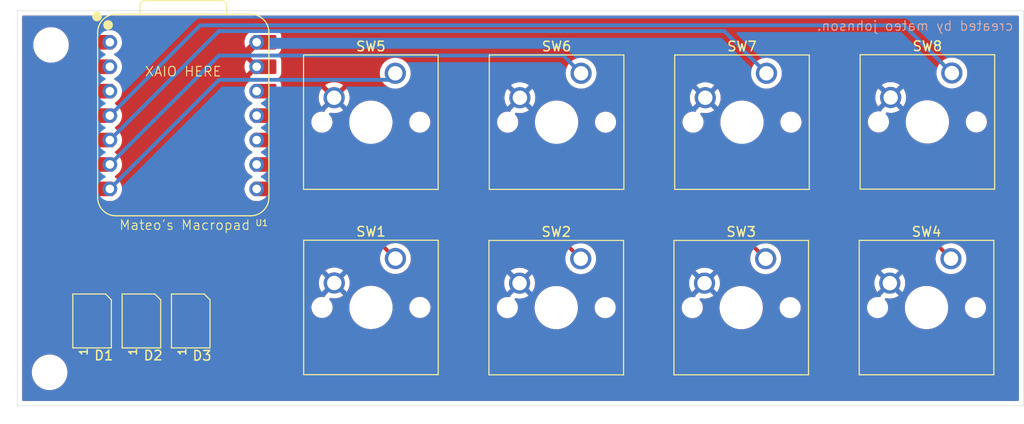
<source format=kicad_pcb>
(kicad_pcb (version 20241229) (generator "pcbnew") (generator_version "9.0")
  (layers (0 "F.Cu" signal) (2 "B.Cu" signal) (13 "F.Paste" user) (15 "B.Paste" user) (5 "F.SilkS" user "F.Silkscreen") (7 "B.SilkS" user "B.Silkscreen") (1 "F.Mask" user) (3 "B.Mask" user) (25 "Edge.Cuts" user))
  (net 0 "")
  (net 5 "GND")
  (net 6 "Net-(D1-DOUT)")
  (net 7 "LED")
  (net 8 "+5V")
  (net 9 "Net-(D2-DOUT)")
  (net 10 "SW1")
  (net 11 "SW2")
  (net 12 "SW3")
  (net 13 "SW4")
  (net 14 "SW5")
  (net 15 "SW6")
  (net 16 "SW7")
  (net 17 "SW8")
  (footprint "Button_Switch_Keyboard:SW_Cherry_MX_1.00u_PCB" (layer "F.Cu") (at 88 57.75)
    (property "Reference" "SW1" (at -2.54 -2.794 0) (layer "F.SilkS"))
    (property "Value" "SW_Push")
    (fp_line (start -9.525 -1.905) (end 4.445 -1.905) (stroke (width 0.12)) (layer "F.SilkS"))
    (fp_line (start -9.525 12.065) (end -9.525 -1.905) (stroke (width 0.12)) (layer "F.SilkS"))
    (fp_line (start 4.445 -1.905) (end 4.445 12.065) (stroke (width 0.12)) (layer "F.SilkS"))
    (fp_line (start 4.445 12.065) (end -9.525 12.065) (stroke (width 0.12)) (layer "F.SilkS"))
    (pad "" np_thru_hole circle (at -7.62 5.08) (size 1.7 1.7) (drill 1.7) (layers "*.Cu" "*.Mask"))
    (pad "" np_thru_hole circle (at -2.54 5.08) (size 4 4) (drill 4) (layers "*.Cu" "*.Mask"))
    (pad "" np_thru_hole circle (at 2.54 5.08) (size 1.7 1.7) (drill 1.7) (layers "*.Cu" "*.Mask"))
    (pad "1" thru_hole circle (at 0 0) (size 2.2 2.2) (drill 1.5) (layers "*.Cu" "*.Mask") (net 10 "SW1"))
    (pad "2" thru_hole circle (at -6.35 2.54) (size 2.2 2.2) (drill 1.5) (layers "*.Cu" "*.Mask") (net 5 "GND"))
  )
  (footprint "Button_Switch_Keyboard:SW_Cherry_MX_1.00u_PCB" (layer "F.Cu") (at 145.67 57.765)
    (property "Reference" "SW4" (at -2.54 -2.794 0) (layer "F.SilkS"))
    (property "Value" "SW_Push")
    (fp_line (start -9.525 -1.905) (end 4.445 -1.905) (stroke (width 0.12)) (layer "F.SilkS"))
    (fp_line (start -9.525 12.065) (end -9.525 -1.905) (stroke (width 0.12)) (layer "F.SilkS"))
    (fp_line (start 4.445 -1.905) (end 4.445 12.065) (stroke (width 0.12)) (layer "F.SilkS"))
    (fp_line (start 4.445 12.065) (end -9.525 12.065) (stroke (width 0.12)) (layer "F.SilkS"))
    (pad "" np_thru_hole circle (at -7.62 5.08) (size 1.7 1.7) (drill 1.7) (layers "*.Cu" "*.Mask"))
    (pad "" np_thru_hole circle (at -2.54 5.08) (size 4 4) (drill 4) (layers "*.Cu" "*.Mask"))
    (pad "" np_thru_hole circle (at 2.54 5.08) (size 1.7 1.7) (drill 1.7) (layers "*.Cu" "*.Mask"))
    (pad "1" thru_hole circle (at 0 0) (size 2.2 2.2) (drill 1.5) (layers "*.Cu" "*.Mask") (net 13 "SW4"))
    (pad "2" thru_hole circle (at -6.35 2.54) (size 2.2 2.2) (drill 1.5) (layers "*.Cu" "*.Mask") (net 5 "GND"))
  )
  (footprint "Button_Switch_Keyboard:SW_Cherry_MX_1.00u_PCB" (layer "F.Cu") (at 126.515 38.495)
    (property "Reference" "SW7" (at -2.54 -2.794 0) (layer "F.SilkS"))
    (property "Value" "SW_Push")
    (fp_line (start -9.525 -1.905) (end 4.445 -1.905) (stroke (width 0.12)) (layer "F.SilkS"))
    (fp_line (start -9.525 12.065) (end -9.525 -1.905) (stroke (width 0.12)) (layer "F.SilkS"))
    (fp_line (start 4.445 -1.905) (end 4.445 12.065) (stroke (width 0.12)) (layer "F.SilkS"))
    (fp_line (start 4.445 12.065) (end -9.525 12.065) (stroke (width 0.12)) (layer "F.SilkS"))
    (pad "" np_thru_hole circle (at -7.62 5.08) (size 1.7 1.7) (drill 1.7) (layers "*.Cu" "*.Mask"))
    (pad "" np_thru_hole circle (at -2.54 5.08) (size 4 4) (drill 4) (layers "*.Cu" "*.Mask"))
    (pad "" np_thru_hole circle (at 2.54 5.08) (size 1.7 1.7) (drill 1.7) (layers "*.Cu" "*.Mask"))
    (pad "1" thru_hole circle (at 0 0) (size 2.2 2.2) (drill 1.5) (layers "*.Cu" "*.Mask") (net 16 "SW7"))
    (pad "2" thru_hole circle (at -6.35 2.54) (size 2.2 2.2) (drill 1.5) (layers "*.Cu" "*.Mask") (net 5 "GND"))
  )
  (footprint "Button_Switch_Keyboard:SW_Cherry_MX_1.00u_PCB" (layer "F.Cu") (at 107.235 57.77)
    (property "Reference" "SW2" (at -2.54 -2.794 0) (layer "F.SilkS"))
    (property "Value" "SW_Push")
    (fp_line (start -9.525 -1.905) (end 4.445 -1.905) (stroke (width 0.12)) (layer "F.SilkS"))
    (fp_line (start -9.525 12.065) (end -9.525 -1.905) (stroke (width 0.12)) (layer "F.SilkS"))
    (fp_line (start 4.445 -1.905) (end 4.445 12.065) (stroke (width 0.12)) (layer "F.SilkS"))
    (fp_line (start 4.445 12.065) (end -9.525 12.065) (stroke (width 0.12)) (layer "F.SilkS"))
    (pad "" np_thru_hole circle (at -7.62 5.08) (size 1.7 1.7) (drill 1.7) (layers "*.Cu" "*.Mask"))
    (pad "" np_thru_hole circle (at -2.54 5.08) (size 4 4) (drill 4) (layers "*.Cu" "*.Mask"))
    (pad "" np_thru_hole circle (at 2.54 5.08) (size 1.7 1.7) (drill 1.7) (layers "*.Cu" "*.Mask"))
    (pad "1" thru_hole circle (at 0 0) (size 2.2 2.2) (drill 1.5) (layers "*.Cu" "*.Mask") (net 11 "SW2"))
    (pad "2" thru_hole circle (at -6.35 2.54) (size 2.2 2.2) (drill 1.5) (layers "*.Cu" "*.Mask") (net 5 "GND"))
  )
  (footprint "MountingHole:MountingHole_3.2mm_M3" (layer "F.Cu") (at 52.1 69.575)
    (property "Reference" "H1" (hide yes))
    (property "Value" "MountingHole")
    (pad "" np_thru_hole circle (at 0 0) (size 3.2 3.2) (drill 3.2) (layers "*.Cu" "*.Mask"))
  )
  (footprint "Button_Switch_Keyboard:SW_Cherry_MX_1.00u_PCB" (layer "F.Cu") (at 107.27 38.495)
    (property "Reference" "SW6" (at -2.54 -2.794 0) (layer "F.SilkS"))
    (property "Value" "SW_Push")
    (fp_line (start -9.525 -1.905) (end 4.445 -1.905) (stroke (width 0.12)) (layer "F.SilkS"))
    (fp_line (start -9.525 12.065) (end -9.525 -1.905) (stroke (width 0.12)) (layer "F.SilkS"))
    (fp_line (start 4.445 -1.905) (end 4.445 12.065) (stroke (width 0.12)) (layer "F.SilkS"))
    (fp_line (start 4.445 12.065) (end -9.525 12.065) (stroke (width 0.12)) (layer "F.SilkS"))
    (pad "" np_thru_hole circle (at -7.62 5.08) (size 1.7 1.7) (drill 1.7) (layers "*.Cu" "*.Mask"))
    (pad "" np_thru_hole circle (at -2.54 5.08) (size 4 4) (drill 4) (layers "*.Cu" "*.Mask"))
    (pad "" np_thru_hole circle (at 2.54 5.08) (size 1.7 1.7) (drill 1.7) (layers "*.Cu" "*.Mask"))
    (pad "1" thru_hole circle (at 0 0) (size 2.2 2.2) (drill 1.5) (layers "*.Cu" "*.Mask") (net 15 "SW6"))
    (pad "2" thru_hole circle (at -6.35 2.54) (size 2.2 2.2) (drill 1.5) (layers "*.Cu" "*.Mask") (net 5 "GND"))
  )
  (footprint "Button_Switch_Keyboard:SW_Cherry_MX_1.00u_PCB" (layer "F.Cu") (at 145.76 38.47)
    (property "Reference" "SW8" (at -2.54 -2.794 0) (layer "F.SilkS"))
    (property "Value" "SW_Push")
    (fp_line (start -9.525 -1.905) (end 4.445 -1.905) (stroke (width 0.12)) (layer "F.SilkS"))
    (fp_line (start -9.525 12.065) (end -9.525 -1.905) (stroke (width 0.12)) (layer "F.SilkS"))
    (fp_line (start 4.445 -1.905) (end 4.445 12.065) (stroke (width 0.12)) (layer "F.SilkS"))
    (fp_line (start 4.445 12.065) (end -9.525 12.065) (stroke (width 0.12)) (layer "F.SilkS"))
    (pad "" np_thru_hole circle (at -7.62 5.08) (size 1.7 1.7) (drill 1.7) (layers "*.Cu" "*.Mask"))
    (pad "" np_thru_hole circle (at -2.54 5.08) (size 4 4) (drill 4) (layers "*.Cu" "*.Mask"))
    (pad "" np_thru_hole circle (at 2.54 5.08) (size 1.7 1.7) (drill 1.7) (layers "*.Cu" "*.Mask"))
    (pad "1" thru_hole circle (at 0 0) (size 2.2 2.2) (drill 1.5) (layers "*.Cu" "*.Mask") (net 17 "SW8"))
    (pad "2" thru_hole circle (at -6.35 2.54) (size 2.2 2.2) (drill 1.5) (layers "*.Cu" "*.Mask") (net 5 "GND"))
  )
  (footprint "OPL:XIAO-RP2040-DIP" (layer "F.Cu") (at 65.975 42.8935)
    (property "Reference" "U1" (at 8.15 11.1565 0) (layer "F.SilkS") (effects (font (size 0.635 0.635) (thickness 0.1016))))
    (property "Value" "XIAO-RP2040-DIP")
    (fp_line (start -8.89 8.509) (end -8.89 -8.636) (stroke (width 0.127)) (layer "F.SilkS"))
    (fp_line (start -6.985 10.414) (end 6.985 10.414) (stroke (width 0.127)) (layer "F.SilkS"))
    (fp_line (start -4.495 -10.541) (end -4.491272 -11.451272) (stroke (width 0.127)) (layer "F.SilkS"))
    (fp_line (start -3.991272 -11.951) (end 4.004 -11.951) (stroke (width 0.127)) (layer "F.SilkS"))
    (fp_line (start 4.504 -11.451) (end 4.504 -10.541) (stroke (width 0.127)) (layer "F.SilkS"))
    (fp_line (start 6.985 -10.541) (end -6.985 -10.541) (stroke (width 0.1)) (layer "F.SilkS"))
    (fp_line (start 6.985 -10.541) (end -6.985 -10.541) (stroke (width 0.127)) (layer "F.SilkS"))
    (fp_line (start 8.89 8.509) (end 8.89 -8.636) (stroke (width 0.127)) (layer "F.SilkS"))
    (fp_arc (start -8.89 -8.636) (mid -8.332038 -9.983038) (end -6.985 -10.541) (stroke (width 0.127)) (layer "F.SilkS"))
    (fp_arc (start -6.985 10.414) (mid -8.332038 9.856038) (end -8.89 8.509) (stroke (width 0.127)) (layer "F.SilkS"))
    (fp_arc (start -4.491272 -11.451272) (mid -4.344728 -11.80464) (end -3.991272 -11.951) (stroke (width 0.127)) (layer "F.SilkS"))
    (fp_arc (start 4.004 -11.951) (mid 4.357553 -11.804553) (end 4.504 -11.451) (stroke (width 0.127)) (layer "F.SilkS"))
    (fp_arc (start 6.985 -10.541) (mid 8.332038 -9.983038) (end 8.89 -8.636) (stroke (width 0.127)) (layer "F.SilkS"))
    (fp_arc (start 8.89 8.509) (mid 8.332038 9.856038) (end 6.985 10.414) (stroke (width 0.127)) (layer "F.SilkS"))
    (fp_circle (center -8.95 -10.3) (end -8.95 -10.554) (stroke (width 0.5)) (fill yes) (layer "F.SilkS"))
    (fp_circle (center -7.807 -9.42) (end -7.807 -9.674) (stroke (width 0.5)) (fill yes) (layer "F.SilkS"))
    (pad "1" smd roundrect (at -8.455 -7.62 180) (size 2.432 1.524) (layers "F.Cu" "F.Mask") (roundrect_rratio 0.1))
    (pad "1" thru_hole circle (at -7.62 -7.62 180) (size 1.524 1.524) (drill 0.889) (layers "*.Cu" "*.Mask"))
    (pad "2" smd roundrect (at -8.455 -5.08 180) (size 2.432 1.524) (layers "F.Cu" "F.Mask") (roundrect_rratio 0.1))
    (pad "2" thru_hole circle (at -7.62 -5.08 180) (size 1.524 1.524) (drill 0.889) (layers "*.Cu" "*.Mask"))
    (pad "3" smd roundrect (at -8.455 -2.54 180) (size 2.432 1.524) (layers "F.Cu" "F.Mask") (roundrect_rratio 0.1) (net 7 "LED"))
    (pad "3" thru_hole circle (at -7.62 -2.54 180) (size 1.524 1.524) (drill 0.889) (layers "*.Cu" "*.Mask") (net 7 "LED"))
    (pad "4" smd roundrect (at -8.455 0 180) (size 2.432 1.524) (layers "F.Cu" "F.Mask") (roundrect_rratio 0.1) (net 17 "SW8"))
    (pad "4" thru_hole circle (at -7.62 0 180) (size 1.524 1.524) (drill 0.889) (layers "*.Cu" "*.Mask") (net 17 "SW8"))
    (pad "5" smd roundrect (at -8.455 2.54 180) (size 2.432 1.524) (layers "F.Cu" "F.Mask") (roundrect_rratio 0.1) (net 16 "SW7"))
    (pad "5" thru_hole circle (at -7.62 2.54 180) (size 1.524 1.524) (drill 0.889) (layers "*.Cu" "*.Mask") (net 16 "SW7"))
    (pad "6" smd roundrect (at -8.455 5.08 180) (size 2.432 1.524) (layers "F.Cu" "F.Mask") (roundrect_rratio 0.1) (net 15 "SW6"))
    (pad "6" thru_hole circle (at -7.62 5.08 180) (size 1.524 1.524) (drill 0.889) (layers "*.Cu" "*.Mask") (net 15 "SW6"))
    (pad "7" smd roundrect (at -8.455 7.62 180) (size 2.432 1.524) (layers "F.Cu" "F.Mask") (roundrect_rratio 0.1) (net 14 "SW5"))
    (pad "7" thru_hole circle (at -7.62 7.62 180) (size 1.524 1.524) (drill 0.889) (layers "*.Cu" "*.Mask") (net 14 "SW5"))
    (pad "8" thru_hole circle (at 7.62 7.62) (size 1.524 1.524) (drill 0.889) (layers "*.Cu" "*.Mask") (net 10 "SW1"))
    (pad "8" smd roundrect (at 8.455 7.62) (size 2.432 1.524) (layers "F.Cu" "F.Mask") (roundrect_rratio 0.1) (net 10 "SW1"))
    (pad "9" thru_hole circle (at 7.62 5.08) (size 1.524 1.524) (drill 0.889) (layers "*.Cu" "*.Mask") (net 11 "SW2"))
    (pad "9" smd roundrect (at 8.455 5.08) (size 2.432 1.524) (layers "F.Cu" "F.Mask") (roundrect_rratio 0.1) (net 11 "SW2"))
    (pad "10" thru_hole circle (at 7.62 2.54) (size 1.524 1.524) (drill 0.889) (layers "*.Cu" "*.Mask") (net 12 "SW3"))
    (pad "10" smd roundrect (at 8.455 2.54) (size 2.432 1.524) (layers "F.Cu" "F.Mask") (roundrect_rratio 0.1) (net 12 "SW3"))
    (pad "11" thru_hole circle (at 7.62 0) (size 1.524 1.524) (drill 0.889) (layers "*.Cu" "*.Mask") (net 13 "SW4"))
    (pad "11" smd roundrect (at 8.455 0) (size 2.432 1.524) (layers "F.Cu" "F.Mask") (roundrect_rratio 0.1) (net 13 "SW4"))
    (pad "12" thru_hole circle (at 7.62 -2.54) (size 1.524 1.524) (drill 0.889) (layers "*.Cu" "*.Mask"))
    (pad "12" smd roundrect (at 8.455 -2.54) (size 2.432 1.524) (layers "F.Cu" "F.Mask") (roundrect_rratio 0.1))
    (pad "13" thru_hole circle (at 7.62 -5.08) (size 1.524 1.524) (drill 0.889) (layers "*.Cu" "*.Mask") (net 5 "GND"))
    (pad "13" smd roundrect (at 8.455 -5.08) (size 2.432 1.524) (layers "F.Cu" "F.Mask") (roundrect_rratio 0.1) (net 5 "GND"))
    (pad "14" thru_hole circle (at 7.62 -7.62) (size 1.524 1.524) (drill 0.889) (layers "*.Cu" "*.Mask") (net 8 "+5V"))
    (pad "14" smd roundrect (at 8.455 -7.62) (size 2.432 1.524) (layers "F.Cu" "F.Mask") (roundrect_rratio 0.1) (net 8 "+5V"))
  )
  (footprint "MountingHole:MountingHole_3.2mm_M3" (layer "F.Cu") (at 52.25 35.55)
    (property "Reference" "H2" (hide yes))
    (property "Value" "MountingHole")
    (pad "" np_thru_hole circle (at 0 0) (size 3.2 3.2) (drill 3.2) (layers "*.Cu" "*.Mask"))
  )
  (footprint "Button_Switch_Keyboard:SW_Cherry_MX_1.00u_PCB" (layer "F.Cu") (at 126.435 57.77)
    (property "Reference" "SW3" (at -2.54 -2.794 0) (layer "F.SilkS"))
    (property "Value" "SW_Push")
    (fp_line (start -9.525 -1.905) (end 4.445 -1.905) (stroke (width 0.12)) (layer "F.SilkS"))
    (fp_line (start -9.525 12.065) (end -9.525 -1.905) (stroke (width 0.12)) (layer "F.SilkS"))
    (fp_line (start 4.445 -1.905) (end 4.445 12.065) (stroke (width 0.12)) (layer "F.SilkS"))
    (fp_line (start 4.445 12.065) (end -9.525 12.065) (stroke (width 0.12)) (layer "F.SilkS"))
    (pad "" np_thru_hole circle (at -7.62 5.08) (size 1.7 1.7) (drill 1.7) (layers "*.Cu" "*.Mask"))
    (pad "" np_thru_hole circle (at -2.54 5.08) (size 4 4) (drill 4) (layers "*.Cu" "*.Mask"))
    (pad "" np_thru_hole circle (at 2.54 5.08) (size 1.7 1.7) (drill 1.7) (layers "*.Cu" "*.Mask"))
    (pad "1" thru_hole circle (at 0 0) (size 2.2 2.2) (drill 1.5) (layers "*.Cu" "*.Mask") (net 12 "SW3"))
    (pad "2" thru_hole circle (at -6.35 2.54) (size 2.2 2.2) (drill 1.5) (layers "*.Cu" "*.Mask") (net 5 "GND"))
  )
  (footprint "LED_SMD:LED_SK6812MINI_PLCC4_3.5x3.5mm_P1.75mm" (layer "F.Cu") (at 66.75 64.2365 90)
    (property "Reference" "D3" (at -3.6135 1.175 180) (layer "F.SilkS"))
    (property "Value" "SK6812MINI")
    (fp_line (start -2.8 -2) (end 2.8 -2) (stroke (width 0.12)) (layer "F.SilkS"))
    (fp_line (start -2.8 -2) (end -2.8 2) (stroke (width 0.12)) (layer "F.SilkS"))
    (fp_line (start 2.8 1.4) (end 2.8 -2) (stroke (width 0.12)) (layer "F.SilkS"))
    (fp_line (start 2.8 1.4) (end 2.2 2) (stroke (width 0.12)) (layer "F.SilkS"))
    (fp_line (start -2.8 2) (end 2.2 2) (stroke (width 0.12)) (layer "F.SilkS"))
    (fp_text user "1" (at -3.2 -0.875 90) (layer "F.SilkS") (effects (font (size 0.8 0.8))))
    (pad "1" smd rect (at -1.75 -0.875 90) (size 1.6 0.85) (layers "F.Cu" "F.Mask" "F.Paste"))
    (pad "2" smd rect (at -1.75 0.875 90) (size 1.6 0.85) (layers "F.Cu" "F.Mask" "F.Paste") (net 5 "GND"))
    (pad "3" smd rect (at 1.75 0.875 90) (size 1.6 0.85) (layers "F.Cu" "F.Mask" "F.Paste") (net 9 "Net-(D2-DOUT)"))
    (pad "4" smd rect (at 1.75 -0.875 90) (size 1.6 0.85) (layers "F.Cu" "F.Mask" "F.Paste") (net 8 "+5V"))
  )
  (footprint "Button_Switch_Keyboard:SW_Cherry_MX_1.00u_PCB" (layer "F.Cu") (at 87.985 38.495)
    (property "Reference" "SW5" (at -2.54 -2.794 0) (layer "F.SilkS"))
    (property "Value" "SW_Push")
    (fp_line (start -9.525 -1.905) (end 4.445 -1.905) (stroke (width 0.12)) (layer "F.SilkS"))
    (fp_line (start -9.525 12.065) (end -9.525 -1.905) (stroke (width 0.12)) (layer "F.SilkS"))
    (fp_line (start 4.445 -1.905) (end 4.445 12.065) (stroke (width 0.12)) (layer "F.SilkS"))
    (fp_line (start 4.445 12.065) (end -9.525 12.065) (stroke (width 0.12)) (layer "F.SilkS"))
    (pad "" np_thru_hole circle (at -7.62 5.08) (size 1.7 1.7) (drill 1.7) (layers "*.Cu" "*.Mask"))
    (pad "" np_thru_hole circle (at -2.54 5.08) (size 4 4) (drill 4) (layers "*.Cu" "*.Mask"))
    (pad "" np_thru_hole circle (at 2.54 5.08) (size 1.7 1.7) (drill 1.7) (layers "*.Cu" "*.Mask"))
    (pad "1" thru_hole circle (at 0 0) (size 2.2 2.2) (drill 1.5) (layers "*.Cu" "*.Mask") (net 14 "SW5"))
    (pad "2" thru_hole circle (at -6.35 2.54) (size 2.2 2.2) (drill 1.5) (layers "*.Cu" "*.Mask") (net 5 "GND"))
  )
  (footprint "LED_SMD:LED_SK6812MINI_PLCC4_3.5x3.5mm_P1.75mm" (layer "F.Cu") (at 56.51 64.2365 90)
    (property "Reference" "D1" (at -3.5885 1.215 180) (layer "F.SilkS"))
    (property "Value" "SK6812MINI")
    (fp_line (start -2.8 -2) (end 2.8 -2) (stroke (width 0.12)) (layer "F.SilkS"))
    (fp_line (start -2.8 -2) (end -2.8 2) (stroke (width 0.12)) (layer "F.SilkS"))
    (fp_line (start 2.8 1.4) (end 2.8 -2) (stroke (width 0.12)) (layer "F.SilkS"))
    (fp_line (start 2.8 1.4) (end 2.2 2) (stroke (width 0.12)) (layer "F.SilkS"))
    (fp_line (start -2.8 2) (end 2.2 2) (stroke (width 0.12)) (layer "F.SilkS"))
    (fp_text user "1" (at -3.2 -0.875 90) (layer "F.SilkS") (effects (font (size 0.8 0.8))))
    (pad "1" smd rect (at -1.75 -0.875 90) (size 1.6 0.85) (layers "F.Cu" "F.Mask" "F.Paste") (net 6 "Net-(D1-DOUT)"))
    (pad "2" smd rect (at -1.75 0.875 90) (size 1.6 0.85) (layers "F.Cu" "F.Mask" "F.Paste") (net 5 "GND"))
    (pad "3" smd rect (at 1.75 0.875 90) (size 1.6 0.85) (layers "F.Cu" "F.Mask" "F.Paste") (net 7 "LED"))
    (pad "4" smd rect (at 1.75 -0.875 90) (size 1.6 0.85) (layers "F.Cu" "F.Mask" "F.Paste") (net 8 "+5V"))
  )
  (footprint "LED_SMD:LED_SK6812MINI_PLCC4_3.5x3.5mm_P1.75mm" (layer "F.Cu") (at 61.63 64.2365 90)
    (property "Reference" "D2" (at -3.5885 1.22 180) (layer "F.SilkS"))
    (property "Value" "SK6812MINI")
    (fp_line (start -2.8 -2) (end 2.8 -2) (stroke (width 0.12)) (layer "F.SilkS"))
    (fp_line (start -2.8 -2) (end -2.8 2) (stroke (width 0.12)) (layer "F.SilkS"))
    (fp_line (start 2.8 1.4) (end 2.8 -2) (stroke (width 0.12)) (layer "F.SilkS"))
    (fp_line (start 2.8 1.4) (end 2.2 2) (stroke (width 0.12)) (layer "F.SilkS"))
    (fp_line (start -2.8 2) (end 2.2 2) (stroke (width 0.12)) (layer "F.SilkS"))
    (fp_text user "1" (at -3.2 -0.875 90) (layer "F.SilkS") (effects (font (size 0.8 0.8))))
    (pad "1" smd rect (at -1.75 -0.875 90) (size 1.6 0.85) (layers "F.Cu" "F.Mask" "F.Paste") (net 9 "Net-(D2-DOUT)"))
    (pad "2" smd rect (at -1.75 0.875 90) (size 1.6 0.85) (layers "F.Cu" "F.Mask" "F.Paste") (net 5 "GND"))
    (pad "3" smd rect (at 1.75 0.875 90) (size 1.6 0.85) (layers "F.Cu" "F.Mask" "F.Paste") (net 6 "Net-(D1-DOUT)"))
    (pad "4" smd rect (at 1.75 -0.875 90) (size 1.6 0.85) (layers "F.Cu" "F.Mask" "F.Paste") (net 8 "+5V"))
  )
  (gr_rect (start 48.75 32) (end 153.225 73.05) (stroke (width 0.05)) (fill no) (layer "Edge.Cuts"))
  (gr_text "XAIO HERE" (at 61.925 38.9 0) (layer "F.SilkS") (effects (font (size 1 1) (thickness 0.1)) (justify left bottom)))
  (gr_text "Mateo's Macropad" (at 59.275 54.85 0) (layer "F.SilkS") (effects (font (size 1 1) (thickness 0.1)) (justify left bottom)))
  (gr_text "created by mateo johnson." (at 152.2 34.15 0) (layer "B.SilkS") (effects (font (size 1 1) (thickness 0.1)) (justify left bottom mirror)))
  (segment (start 56.786 64.8355) (end 55.635 65.9865) (width 0.3) (layer "F.Cu") (net 6))
  (segment (start 60.156 64.8355) (end 56.786 64.8355) (width 0.3) (layer "F.Cu") (net 6))
  (segment (start 62.505 62.4865) (end 60.156 64.8355) (width 0.3) (layer "F.Cu") (net 6))
  (segment (start 56.461 63.6875) (end 54.809 63.6875) (width 0.4) (layer "F.Cu") (net 7))
  (segment (start 54.809 63.6875) (end 54.809 43.0645) (width 0.4) (layer "F.Cu") (net 7))
  (segment (start 57.385 62.4865) (end 57.385 62.7635) (width 0.4) (layer "F.Cu") (net 7))
  (segment (start 54.809 43.0645) (end 57.52 40.3535) (width 0.4) (layer "F.Cu") (net 7))
  (segment (start 57.385 62.7635) (end 56.461 63.6875) (width 0.4) (layer "F.Cu") (net 7))
  (segment (start 65.2355 61.0855) (end 65.875 61.725) (width 0.8) (layer "F.Cu") (net 8))
  (segment (start 55.635 62.4865) (end 55.635 61.8095) (width 0.8) (layer "F.Cu") (net 8))
  (segment (start 65.875 42.9935) (end 73.595 35.2735) (width 0.8) (layer "F.Cu") (net 8))
  (segment (start 60.755 61.8095) (end 61.479 61.0855) (width 0.8) (layer "F.Cu") (net 8))
  (segment (start 60.755 61.955) (end 60.755 62.4865) (width 0.8) (layer "F.Cu") (net 8))
  (segment (start 59.8855 61.0855) (end 60.755 61.955) (width 0.8) (layer "F.Cu") (net 8))
  (segment (start 65.875 62.4865) (end 65.875 42.9935) (width 0.8) (layer "F.Cu") (net 8))
  (segment (start 61.479 61.0855) (end 65.2355 61.0855) (width 0.8) (layer "F.Cu") (net 8))
  (segment (start 56.359 61.0855) (end 59.8855 61.0855) (width 0.8) (layer "F.Cu") (net 8))
  (segment (start 60.755 62.4865) (end 60.755 61.8095) (width 0.8) (layer "F.Cu") (net 8))
  (segment (start 55.635 61.8095) (end 56.359 61.0855) (width 0.8) (layer "F.Cu") (net 8))
  (segment (start 65.875 61.725) (end 65.875 62.4865) (width 0.8) (layer "F.Cu") (net 8))
  (segment (start 65.276 64.8355) (end 61.906 64.8355) (width 0.3) (layer "F.Cu") (net 9))
  (segment (start 67.625 62.4865) (end 65.276 64.8355) (width 0.3) (layer "F.Cu") (net 9))
  (segment (start 61.906 64.8355) (end 60.755 65.9865) (width 0.3) (layer "F.Cu") (net 9))
  (segment (start 74.43 50.5135) (end 80.7635 50.5135) (width 0.4) (layer "F.Cu") (net 10))
  (segment (start 80.7635 50.5135) (end 88 57.75) (width 0.4) (layer "F.Cu") (net 10))
  (segment (start 88 57.75) (end 87.75 57.5) (width 0.5) (layer "F.Cu") (net 10))
  (segment (start 87.925 57.675) (end 88 57.75) (width 0.5) (layer "B.Cu") (net 10))
  (segment (start 97.4385 47.9735) (end 107.235 57.77) (width 0.4) (layer "F.Cu") (net 11))
  (segment (start 74.43 47.9735) (end 97.4385 47.9735) (width 0.4) (layer "F.Cu") (net 11))
  (segment (start 115.691 47.026) (end 126.435 57.77) (width 0.4) (layer "F.Cu") (net 12))
  (segment (start 76.0225 47.026) (end 115.691 47.026) (width 0.4) (layer "F.Cu") (net 12))
  (segment (start 74.43 45.4335) (end 76.0225 47.026) (width 0.4) (layer "F.Cu") (net 12))
  (segment (start 74.43 42.8935) (end 77.9615 46.425) (width 0.4) (layer "F.Cu") (net 13))
  (segment (start 77.9615 46.425) (end 134.33 46.425) (width 0.4) (layer "F.Cu") (net 13))
  (segment (start 134.33 46.425) (end 145.67 57.765) (width 0.4) (layer "F.Cu") (net 13))
  (segment (start 69.6935 39.175) (end 87.305 39.175) (width 0.4) (layer "B.Cu") (net 14))
  (segment (start 58.355 50.5135) (end 69.6935 39.175) (width 0.4) (layer "B.Cu") (net 14))
  (segment (start 87.305 39.175) (end 87.985 38.495) (width 0.4) (layer "B.Cu") (net 14))
  (segment (start 69.678 36.6505) (end 105.4255 36.6505) (width 0.4) (layer "B.Cu") (net 15))
  (segment (start 105.4255 36.6505) (end 107.27 38.495) (width 0.4) (layer "B.Cu") (net 15))
  (segment (start 58.355 47.9735) (end 69.678 36.6505) (width 0.4) (layer "B.Cu") (net 15))
  (segment (start 122.1305 34.1105) (end 126.515 38.495) (width 0.4) (layer "B.Cu") (net 16))
  (segment (start 58.355 45.4335) (end 69.678 34.1105) (width 0.4) (layer "B.Cu") (net 16))
  (segment (start 69.678 34.1105) (end 122.1305 34.1105) (width 0.4) (layer "B.Cu") (net 16))
  (segment (start 140.7995 33.5095) (end 145.76 38.47) (width 0.4) (layer "B.Cu") (net 17))
  (segment (start 67.739 33.5095) (end 140.7995 33.5095) (width 0.4) (layer "B.Cu") (net 17))
  (segment (start 58.355 42.8935) (end 67.739 33.5095) (width 0.4) (layer "B.Cu") (net 17))
  (zone (net 5) (net_name "GND") (layers "F.Cu" "B.Cu") (connect_pads (clearance 0.5)) (min_thickness 0.25) (fill yes (thermal_gap 0.5) (thermal_bridge_width 0.5))
    (polygon (pts (xy 48.7 31.925) (xy 153.150983 32.062327) (xy 153.275357 72.782222) (xy 47.85 74.95)))
  )
)
</source>
